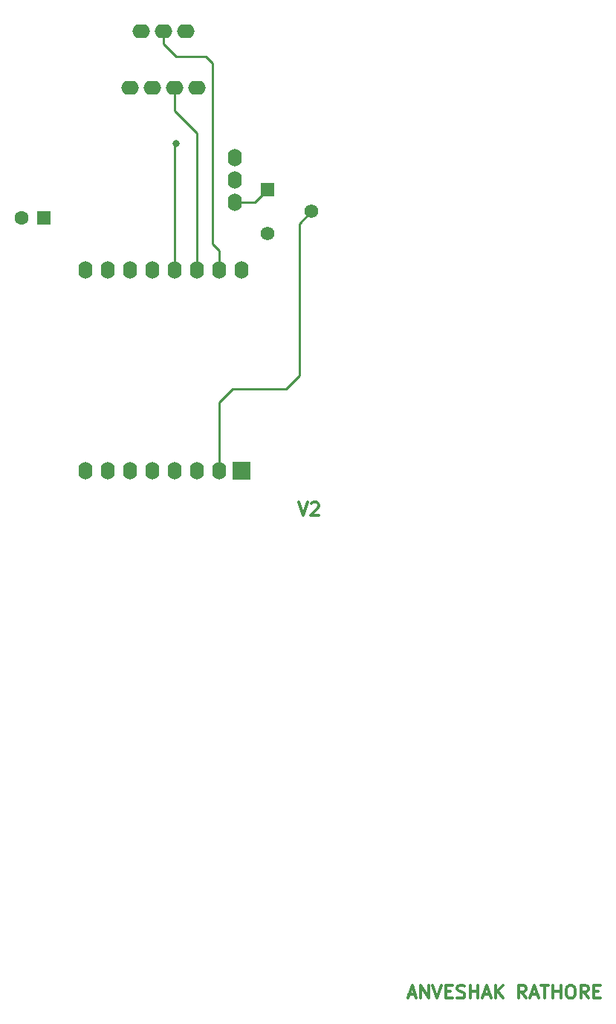
<source format=gbr>
%TF.GenerationSoftware,KiCad,Pcbnew,(6.0.4)*%
%TF.CreationDate,2022-08-05T18:27:13+05:30*%
%TF.ProjectId,led_web,6c65645f-7765-4622-9e6b-696361645f70,v1*%
%TF.SameCoordinates,Original*%
%TF.FileFunction,Copper,L1,Top*%
%TF.FilePolarity,Positive*%
%FSLAX46Y46*%
G04 Gerber Fmt 4.6, Leading zero omitted, Abs format (unit mm)*
G04 Created by KiCad (PCBNEW (6.0.4)) date 2022-08-05 18:27:13*
%MOMM*%
%LPD*%
G01*
G04 APERTURE LIST*
%ADD10C,0.300000*%
%TA.AperFunction,NonConductor*%
%ADD11C,0.300000*%
%TD*%
%TA.AperFunction,ComponentPad*%
%ADD12O,2.000000X1.600000*%
%TD*%
%TA.AperFunction,ComponentPad*%
%ADD13R,1.600000X1.600000*%
%TD*%
%TA.AperFunction,ComponentPad*%
%ADD14C,1.600000*%
%TD*%
%TA.AperFunction,ComponentPad*%
%ADD15O,1.600000X2.000000*%
%TD*%
%TA.AperFunction,ComponentPad*%
%ADD16R,1.560000X1.560000*%
%TD*%
%TA.AperFunction,ComponentPad*%
%ADD17C,1.560000*%
%TD*%
%TA.AperFunction,ComponentPad*%
%ADD18R,2.000000X2.000000*%
%TD*%
%TA.AperFunction,ViaPad*%
%ADD19C,0.800000*%
%TD*%
%TA.AperFunction,Conductor*%
%ADD20C,0.250000*%
%TD*%
G04 APERTURE END LIST*
D10*
D11*
X179607142Y-170430000D02*
X180321428Y-170430000D01*
X179464285Y-170858571D02*
X179964285Y-169358571D01*
X180464285Y-170858571D01*
X180964285Y-170858571D02*
X180964285Y-169358571D01*
X181821428Y-170858571D01*
X181821428Y-169358571D01*
X182321428Y-169358571D02*
X182821428Y-170858571D01*
X183321428Y-169358571D01*
X183821428Y-170072857D02*
X184321428Y-170072857D01*
X184535714Y-170858571D02*
X183821428Y-170858571D01*
X183821428Y-169358571D01*
X184535714Y-169358571D01*
X185107142Y-170787142D02*
X185321428Y-170858571D01*
X185678571Y-170858571D01*
X185821428Y-170787142D01*
X185892857Y-170715714D01*
X185964285Y-170572857D01*
X185964285Y-170430000D01*
X185892857Y-170287142D01*
X185821428Y-170215714D01*
X185678571Y-170144285D01*
X185392857Y-170072857D01*
X185250000Y-170001428D01*
X185178571Y-169930000D01*
X185107142Y-169787142D01*
X185107142Y-169644285D01*
X185178571Y-169501428D01*
X185250000Y-169430000D01*
X185392857Y-169358571D01*
X185750000Y-169358571D01*
X185964285Y-169430000D01*
X186607142Y-170858571D02*
X186607142Y-169358571D01*
X186607142Y-170072857D02*
X187464285Y-170072857D01*
X187464285Y-170858571D02*
X187464285Y-169358571D01*
X188107142Y-170430000D02*
X188821428Y-170430000D01*
X187964285Y-170858571D02*
X188464285Y-169358571D01*
X188964285Y-170858571D01*
X189464285Y-170858571D02*
X189464285Y-169358571D01*
X190321428Y-170858571D02*
X189678571Y-170001428D01*
X190321428Y-169358571D02*
X189464285Y-170215714D01*
X192964285Y-170858571D02*
X192464285Y-170144285D01*
X192107142Y-170858571D02*
X192107142Y-169358571D01*
X192678571Y-169358571D01*
X192821428Y-169430000D01*
X192892857Y-169501428D01*
X192964285Y-169644285D01*
X192964285Y-169858571D01*
X192892857Y-170001428D01*
X192821428Y-170072857D01*
X192678571Y-170144285D01*
X192107142Y-170144285D01*
X193535714Y-170430000D02*
X194250000Y-170430000D01*
X193392857Y-170858571D02*
X193892857Y-169358571D01*
X194392857Y-170858571D01*
X194678571Y-169358571D02*
X195535714Y-169358571D01*
X195107142Y-170858571D02*
X195107142Y-169358571D01*
X196035714Y-170858571D02*
X196035714Y-169358571D01*
X196035714Y-170072857D02*
X196892857Y-170072857D01*
X196892857Y-170858571D02*
X196892857Y-169358571D01*
X197892857Y-169358571D02*
X198178571Y-169358571D01*
X198321428Y-169430000D01*
X198464285Y-169572857D01*
X198535714Y-169858571D01*
X198535714Y-170358571D01*
X198464285Y-170644285D01*
X198321428Y-170787142D01*
X198178571Y-170858571D01*
X197892857Y-170858571D01*
X197750000Y-170787142D01*
X197607142Y-170644285D01*
X197535714Y-170358571D01*
X197535714Y-169858571D01*
X197607142Y-169572857D01*
X197750000Y-169430000D01*
X197892857Y-169358571D01*
X200035714Y-170858571D02*
X199535714Y-170144285D01*
X199178571Y-170858571D02*
X199178571Y-169358571D01*
X199750000Y-169358571D01*
X199892857Y-169430000D01*
X199964285Y-169501428D01*
X200035714Y-169644285D01*
X200035714Y-169858571D01*
X199964285Y-170001428D01*
X199892857Y-170072857D01*
X199750000Y-170144285D01*
X199178571Y-170144285D01*
X200678571Y-170072857D02*
X201178571Y-170072857D01*
X201392857Y-170858571D02*
X200678571Y-170858571D01*
X200678571Y-169358571D01*
X201392857Y-169358571D01*
D10*
D11*
X167060714Y-114367571D02*
X167560714Y-115867571D01*
X168060714Y-114367571D01*
X168489285Y-114510428D02*
X168560714Y-114439000D01*
X168703571Y-114367571D01*
X169060714Y-114367571D01*
X169203571Y-114439000D01*
X169275000Y-114510428D01*
X169346428Y-114653285D01*
X169346428Y-114796142D01*
X169275000Y-115010428D01*
X168417857Y-115867571D01*
X169346428Y-115867571D01*
D12*
%TO.P,U1,1,SDA*%
%TO.N,Net-(U1-Pad1)*%
X155448000Y-67206000D03*
%TO.P,U1,2,SCL*%
%TO.N,Net-(U1-Pad2)*%
X152908000Y-67206000D03*
%TO.P,U1,3,VCC*%
%TO.N,Net-(C1-Pad1)*%
X150368000Y-67206000D03*
%TO.P,U1,4,GND*%
%TO.N,GND*%
X147828000Y-67206000D03*
%TD*%
D13*
%TO.P,C1,1*%
%TO.N,Net-(C1-Pad1)*%
X137983000Y-82042000D03*
D14*
%TO.P,C1,2*%
%TO.N,GND*%
X135483000Y-82042000D03*
%TD*%
D12*
%TO.P,L1,1,VCC*%
%TO.N,Net-(C1-Pad1)*%
X154178000Y-60749400D03*
%TO.P,L1,2,DATA*%
%TO.N,Net-(L1-Pad2)*%
X151638000Y-60749400D03*
%TO.P,L1,3,GND*%
%TO.N,GND*%
X149098000Y-60749400D03*
%TD*%
D15*
%TO.P,U3,1,VCC*%
%TO.N,Net-(C1-Pad1)*%
X159784000Y-75184000D03*
%TO.P,U3,2,GND*%
%TO.N,GND*%
X159784000Y-77724000D03*
%TO.P,U3,3,OUT*%
%TO.N,Net-(RV1-Pad1)*%
X159784000Y-80264000D03*
%TD*%
D16*
%TO.P,RV1,1,1*%
%TO.N,Net-(RV1-Pad1)*%
X163495000Y-78780000D03*
D17*
%TO.P,RV1,2,2*%
%TO.N,Net-(RV1-Pad2)*%
X168495000Y-81280000D03*
%TO.P,RV1,3,3*%
%TO.N,unconnected-(RV1-Pad3)*%
X163495000Y-83780000D03*
%TD*%
D18*
%TO.P,U2,1,~{RST}*%
%TO.N,unconnected-(U2-Pad1)*%
X160528000Y-110767000D03*
D15*
%TO.P,U2,2,A0*%
%TO.N,Net-(RV1-Pad2)*%
X157988000Y-110767000D03*
%TO.P,U2,3,D0*%
%TO.N,unconnected-(U2-Pad3)*%
X155448000Y-110767000D03*
%TO.P,U2,4,SCK/D5*%
%TO.N,unconnected-(U2-Pad4)*%
X152908000Y-110767000D03*
%TO.P,U2,5,MISO/D6*%
%TO.N,unconnected-(U2-Pad5)*%
X150368000Y-110767000D03*
%TO.P,U2,6,MOSI/D7*%
%TO.N,unconnected-(U2-Pad6)*%
X147828000Y-110767000D03*
%TO.P,U2,7,CS/D8*%
%TO.N,unconnected-(U2-Pad7)*%
X145288000Y-110767000D03*
%TO.P,U2,8,3V3*%
%TO.N,unconnected-(U2-Pad8)*%
X142748000Y-110767000D03*
%TO.P,U2,9,5V*%
%TO.N,Net-(C1-Pad1)*%
X142748000Y-87907000D03*
%TO.P,U2,10,GND*%
%TO.N,GND*%
X145288000Y-87907000D03*
%TO.P,U2,11,D4*%
%TO.N,unconnected-(U2-Pad11)*%
X147828000Y-87907000D03*
%TO.P,U2,12,D3*%
%TO.N,unconnected-(U2-Pad12)*%
X150368000Y-87907000D03*
%TO.P,U2,13,SDA/D2*%
%TO.N,Net-(U1-Pad1)*%
X152908000Y-87907000D03*
%TO.P,U2,14,SCL/D1*%
%TO.N,Net-(U1-Pad2)*%
X155448000Y-87907000D03*
%TO.P,U2,15,RX*%
%TO.N,Net-(L1-Pad2)*%
X157988000Y-87907000D03*
%TO.P,U2,16,TX*%
%TO.N,unconnected-(U2-Pad16)*%
X160528000Y-87907000D03*
%TD*%
D19*
%TO.N,Net-(U1-Pad1)*%
X153035000Y-73533000D03*
%TD*%
D20*
%TO.N,Net-(L1-Pad2)*%
X153035000Y-63627000D02*
X156464000Y-63627000D01*
X157226000Y-84963000D02*
X157988000Y-85725000D01*
X151638000Y-62230000D02*
X153035000Y-63627000D01*
X157226000Y-64389000D02*
X157226000Y-84963000D01*
X156464000Y-63627000D02*
X157226000Y-64389000D01*
X151638000Y-60749400D02*
X151638000Y-62230000D01*
X157988000Y-85725000D02*
X157988000Y-87907000D01*
%TO.N,Net-(RV1-Pad1)*%
X159784000Y-80264000D02*
X162011000Y-80264000D01*
X162011000Y-80264000D02*
X163495000Y-78780000D01*
%TO.N,Net-(RV1-Pad2)*%
X165608000Y-101473000D02*
X167132000Y-99949000D01*
X159512000Y-101473000D02*
X165608000Y-101473000D01*
X167132000Y-99949000D02*
X167132000Y-82643000D01*
X157988000Y-110767000D02*
X157988000Y-102997000D01*
X157988000Y-102997000D02*
X159512000Y-101473000D01*
X167132000Y-82643000D02*
X168495000Y-81280000D01*
%TO.N,Net-(U1-Pad1)*%
X153035000Y-73533000D02*
X152908000Y-73660000D01*
X152908000Y-73660000D02*
X152908000Y-87907000D01*
%TO.N,Net-(U1-Pad2)*%
X152908000Y-69850000D02*
X155448000Y-72390000D01*
X155448000Y-72390000D02*
X155448000Y-87907000D01*
X152908000Y-67206000D02*
X152908000Y-69850000D01*
%TD*%
M02*

</source>
